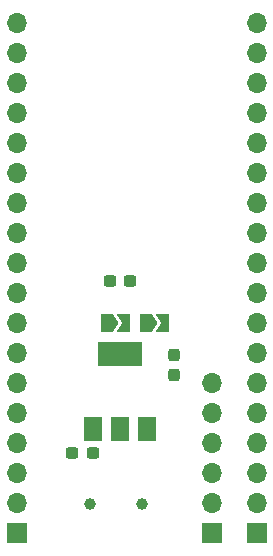
<source format=gbs>
G04 #@! TF.GenerationSoftware,KiCad,Pcbnew,(6.0.2)*
G04 #@! TF.CreationDate,2022-03-28T20:02:01+02:00*
G04 #@! TF.ProjectId,nRF52840,6e524635-3238-4343-902e-6b696361645f,rev?*
G04 #@! TF.SameCoordinates,Original*
G04 #@! TF.FileFunction,Soldermask,Bot*
G04 #@! TF.FilePolarity,Negative*
%FSLAX46Y46*%
G04 Gerber Fmt 4.6, Leading zero omitted, Abs format (unit mm)*
G04 Created by KiCad (PCBNEW (6.0.2)) date 2022-03-28 20:02:01*
%MOMM*%
%LPD*%
G01*
G04 APERTURE LIST*
G04 Aperture macros list*
%AMRoundRect*
0 Rectangle with rounded corners*
0 $1 Rounding radius*
0 $2 $3 $4 $5 $6 $7 $8 $9 X,Y pos of 4 corners*
0 Add a 4 corners polygon primitive as box body*
4,1,4,$2,$3,$4,$5,$6,$7,$8,$9,$2,$3,0*
0 Add four circle primitives for the rounded corners*
1,1,$1+$1,$2,$3*
1,1,$1+$1,$4,$5*
1,1,$1+$1,$6,$7*
1,1,$1+$1,$8,$9*
0 Add four rect primitives between the rounded corners*
20,1,$1+$1,$2,$3,$4,$5,0*
20,1,$1+$1,$4,$5,$6,$7,0*
20,1,$1+$1,$6,$7,$8,$9,0*
20,1,$1+$1,$8,$9,$2,$3,0*%
%AMFreePoly0*
4,1,6,1.000000,0.000000,0.500000,-0.750000,-0.500000,-0.750000,-0.500000,0.750000,0.500000,0.750000,1.000000,0.000000,1.000000,0.000000,$1*%
%AMFreePoly1*
4,1,6,0.500000,-0.750000,-0.650000,-0.750000,-0.150000,0.000000,-0.650000,0.750000,0.500000,0.750000,0.500000,-0.750000,0.500000,-0.750000,$1*%
G04 Aperture macros list end*
%ADD10C,1.000000*%
%ADD11R,1.700000X1.700000*%
%ADD12O,1.700000X1.700000*%
%ADD13FreePoly0,0.000000*%
%ADD14FreePoly1,0.000000*%
%ADD15RoundRect,0.237500X0.300000X0.237500X-0.300000X0.237500X-0.300000X-0.237500X0.300000X-0.237500X0*%
%ADD16RoundRect,0.237500X-0.237500X0.300000X-0.237500X-0.300000X0.237500X-0.300000X0.237500X0.300000X0*%
%ADD17R,1.500000X2.000000*%
%ADD18R,3.800000X2.000000*%
%ADD19RoundRect,0.237500X-0.300000X-0.237500X0.300000X-0.237500X0.300000X0.237500X-0.300000X0.237500X0*%
G04 APERTURE END LIST*
D10*
X142072000Y-112395000D03*
X146472000Y-112395000D03*
D11*
X152400000Y-114808000D03*
D12*
X152400000Y-112268000D03*
X152400000Y-109728000D03*
X152400000Y-107188000D03*
X152400000Y-104648000D03*
X152400000Y-102108000D03*
D11*
X156210000Y-114808000D03*
D12*
X156210000Y-112268000D03*
X156210000Y-109728000D03*
X156210000Y-107188000D03*
X156210000Y-104648000D03*
X156210000Y-102108000D03*
X156210000Y-99568000D03*
X156210000Y-97028000D03*
X156210000Y-94488000D03*
X156210000Y-91948000D03*
X156210000Y-89408000D03*
X156210000Y-86868000D03*
X156210000Y-84328000D03*
X156210000Y-81788000D03*
X156210000Y-79248000D03*
X156210000Y-76708000D03*
X156210000Y-74168000D03*
X156210000Y-71628000D03*
D13*
X146849000Y-97028000D03*
D14*
X148299000Y-97028000D03*
D15*
X142340500Y-108077000D03*
X140615500Y-108077000D03*
D13*
X143547000Y-97028000D03*
D14*
X144997000Y-97028000D03*
D16*
X149225000Y-99721500D03*
X149225000Y-101446500D03*
D11*
X135890000Y-114808000D03*
D12*
X135890000Y-112268000D03*
X135890000Y-109728000D03*
X135890000Y-107188000D03*
X135890000Y-104648000D03*
X135890000Y-102108000D03*
X135890000Y-99568000D03*
X135890000Y-97028000D03*
X135890000Y-94488000D03*
X135890000Y-91948000D03*
X135890000Y-89408000D03*
X135890000Y-86868000D03*
X135890000Y-84328000D03*
X135890000Y-81788000D03*
X135890000Y-79248000D03*
X135890000Y-76708000D03*
X135890000Y-74168000D03*
X135890000Y-71628000D03*
D17*
X146953000Y-106020000D03*
X144653000Y-106020000D03*
D18*
X144653000Y-99720000D03*
D17*
X142353000Y-106020000D03*
D19*
X143790500Y-93472000D03*
X145515500Y-93472000D03*
M02*

</source>
